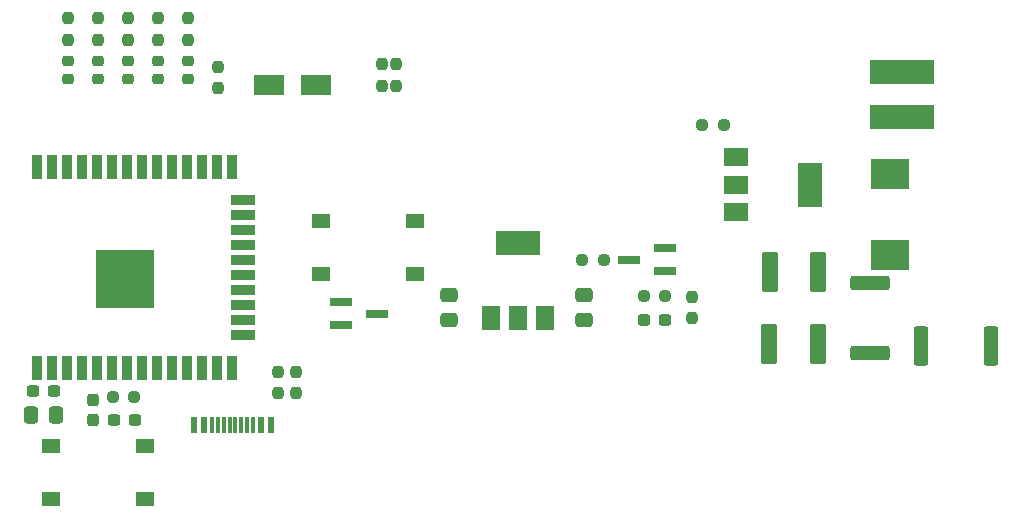
<source format=gbr>
%TF.GenerationSoftware,KiCad,Pcbnew,(6.0.7)*%
%TF.CreationDate,2022-11-03T14:23:06+01:00*%
%TF.ProjectId,opengeiger_ROUND,6f70656e-6765-4696-9765-725f524f554e,rev?*%
%TF.SameCoordinates,Original*%
%TF.FileFunction,Paste,Top*%
%TF.FilePolarity,Positive*%
%FSLAX46Y46*%
G04 Gerber Fmt 4.6, Leading zero omitted, Abs format (unit mm)*
G04 Created by KiCad (PCBNEW (6.0.7)) date 2022-11-03 14:23:06*
%MOMM*%
%LPD*%
G01*
G04 APERTURE LIST*
G04 Aperture macros list*
%AMRoundRect*
0 Rectangle with rounded corners*
0 $1 Rounding radius*
0 $2 $3 $4 $5 $6 $7 $8 $9 X,Y pos of 4 corners*
0 Add a 4 corners polygon primitive as box body*
4,1,4,$2,$3,$4,$5,$6,$7,$8,$9,$2,$3,0*
0 Add four circle primitives for the rounded corners*
1,1,$1+$1,$2,$3*
1,1,$1+$1,$4,$5*
1,1,$1+$1,$6,$7*
1,1,$1+$1,$8,$9*
0 Add four rect primitives between the rounded corners*
20,1,$1+$1,$2,$3,$4,$5,0*
20,1,$1+$1,$4,$5,$6,$7,0*
20,1,$1+$1,$6,$7,$8,$9,0*
20,1,$1+$1,$8,$9,$2,$3,0*%
G04 Aperture macros list end*
%ADD10RoundRect,0.218750X0.256250X-0.218750X0.256250X0.218750X-0.256250X0.218750X-0.256250X-0.218750X0*%
%ADD11RoundRect,0.237500X0.250000X0.237500X-0.250000X0.237500X-0.250000X-0.237500X0.250000X-0.237500X0*%
%ADD12RoundRect,0.250000X-1.425000X0.362500X-1.425000X-0.362500X1.425000X-0.362500X1.425000X0.362500X0*%
%ADD13RoundRect,0.250000X-0.475000X0.337500X-0.475000X-0.337500X0.475000X-0.337500X0.475000X0.337500X0*%
%ADD14RoundRect,0.250000X0.475000X-0.337500X0.475000X0.337500X-0.475000X0.337500X-0.475000X-0.337500X0*%
%ADD15RoundRect,0.237500X0.237500X-0.250000X0.237500X0.250000X-0.237500X0.250000X-0.237500X-0.250000X0*%
%ADD16R,2.000000X1.500000*%
%ADD17R,2.000000X3.800000*%
%ADD18RoundRect,0.237500X-0.237500X0.250000X-0.237500X-0.250000X0.237500X-0.250000X0.237500X0.250000X0*%
%ADD19RoundRect,0.237500X-0.250000X-0.237500X0.250000X-0.237500X0.250000X0.237500X-0.250000X0.237500X0*%
%ADD20R,1.500000X2.000000*%
%ADD21R,3.800000X2.000000*%
%ADD22R,2.500000X1.800000*%
%ADD23R,0.600000X1.450000*%
%ADD24R,0.300000X1.450000*%
%ADD25R,1.550000X1.300000*%
%ADD26R,1.900000X0.800000*%
%ADD27R,5.500000X2.150000*%
%ADD28RoundRect,0.237500X-0.300000X-0.237500X0.300000X-0.237500X0.300000X0.237500X-0.300000X0.237500X0*%
%ADD29RoundRect,0.249999X0.450001X1.450001X-0.450001X1.450001X-0.450001X-1.450001X0.450001X-1.450001X0*%
%ADD30RoundRect,0.250000X-0.362500X-1.425000X0.362500X-1.425000X0.362500X1.425000X-0.362500X1.425000X0*%
%ADD31R,3.300000X2.500000*%
%ADD32RoundRect,0.250000X0.337500X0.475000X-0.337500X0.475000X-0.337500X-0.475000X0.337500X-0.475000X0*%
%ADD33RoundRect,0.237500X0.300000X0.237500X-0.300000X0.237500X-0.300000X-0.237500X0.300000X-0.237500X0*%
%ADD34RoundRect,0.237500X0.237500X-0.300000X0.237500X0.300000X-0.237500X0.300000X-0.237500X-0.300000X0*%
%ADD35R,0.900000X2.000000*%
%ADD36R,2.000000X0.900000*%
%ADD37R,5.000000X5.000000*%
G04 APERTURE END LIST*
D10*
%TO.C,D4*%
X119355000Y-82517500D03*
X119355000Y-80942500D03*
%TD*%
D11*
%TO.C,R1*%
X167282500Y-86360000D03*
X165457500Y-86360000D03*
%TD*%
D10*
%TO.C,D3*%
X121895000Y-82517500D03*
X121895000Y-80942500D03*
%TD*%
D12*
%TO.C,R3*%
X179705000Y-99748000D03*
X179705000Y-105673000D03*
%TD*%
D13*
%TO.C,C3*%
X155448000Y-100816500D03*
X155448000Y-102891500D03*
%TD*%
D14*
%TO.C,C1*%
X144018000Y-102891500D03*
X144018000Y-100816500D03*
%TD*%
D15*
%TO.C,R16*%
X139574125Y-83063916D03*
X139574125Y-81238916D03*
%TD*%
D16*
%TO.C,Q1*%
X168300000Y-91440000D03*
X168300000Y-89140000D03*
X168300000Y-93740000D03*
D17*
X174600000Y-91440000D03*
%TD*%
D18*
%TO.C,R5*%
X164592000Y-100941500D03*
X164592000Y-102766500D03*
%TD*%
D19*
%TO.C,R6*%
X160531000Y-100838000D03*
X162356000Y-100838000D03*
%TD*%
D10*
%TO.C,D7*%
X111735000Y-82517500D03*
X111735000Y-80942500D03*
%TD*%
D15*
%TO.C,R15*%
X131064000Y-109102500D03*
X131064000Y-107277500D03*
%TD*%
D19*
%TO.C,R8*%
X115545000Y-109460000D03*
X117370000Y-109460000D03*
%TD*%
D15*
%TO.C,R2*%
X124435000Y-83277500D03*
X124435000Y-81452500D03*
%TD*%
D20*
%TO.C,U2*%
X147560000Y-102718000D03*
D21*
X149860000Y-96418000D03*
D20*
X149860000Y-102718000D03*
X152160000Y-102718000D03*
%TD*%
D22*
%TO.C,D2*%
X128785000Y-83000000D03*
X132785000Y-83000000D03*
%TD*%
D23*
%TO.C,J8*%
X122455000Y-111765000D03*
X123255000Y-111765000D03*
D24*
X124455000Y-111765000D03*
X125455000Y-111765000D03*
X125955000Y-111765000D03*
X126955000Y-111765000D03*
D23*
X128155000Y-111765000D03*
X128955000Y-111765000D03*
X128955000Y-111765000D03*
X128155000Y-111765000D03*
D24*
X127455000Y-111765000D03*
X126455000Y-111765000D03*
X124955000Y-111765000D03*
X123955000Y-111765000D03*
D23*
X123255000Y-111765000D03*
X122455000Y-111765000D03*
%TD*%
D25*
%TO.C,SW1*%
X110295000Y-113560000D03*
X110295000Y-118060000D03*
X118255000Y-118060000D03*
X118255000Y-113560000D03*
%TD*%
D18*
%TO.C,R12*%
X114275000Y-77365000D03*
X114275000Y-79190000D03*
%TD*%
D11*
%TO.C,R7*%
X157122500Y-97790000D03*
X155297500Y-97790000D03*
%TD*%
D26*
%TO.C,Q3*%
X134898000Y-101412000D03*
X134898000Y-103312000D03*
X137898000Y-102362000D03*
%TD*%
D27*
%TO.C,L1*%
X182362725Y-81895000D03*
X182362725Y-85745000D03*
%TD*%
D15*
%TO.C,R17*%
X138334125Y-83063916D03*
X138334125Y-81238916D03*
%TD*%
D28*
%TO.C,C9*%
X115698500Y-111365000D03*
X117423500Y-111365000D03*
%TD*%
D25*
%TO.C,SW2*%
X141140000Y-99010000D03*
X133180000Y-99010000D03*
X141140000Y-94510000D03*
X133180000Y-94510000D03*
%TD*%
D29*
%TO.C,C2*%
X175278000Y-98806000D03*
X171178000Y-98806000D03*
%TD*%
D30*
%TO.C,R4*%
X183991663Y-105123469D03*
X189916663Y-105123469D03*
%TD*%
D26*
%TO.C,Q2*%
X162282000Y-98740000D03*
X162282000Y-96840000D03*
X159282000Y-97790000D03*
%TD*%
D31*
%TO.C,D1*%
X181356000Y-97380000D03*
X181356000Y-90580000D03*
%TD*%
D15*
%TO.C,R14*%
X129515000Y-109102500D03*
X129515000Y-107277500D03*
%TD*%
D18*
%TO.C,R9*%
X121895000Y-77365000D03*
X121895000Y-79190000D03*
%TD*%
D32*
%TO.C,C5*%
X110740500Y-110948000D03*
X108665500Y-110948000D03*
%TD*%
D33*
%TO.C,C6*%
X110565500Y-108916000D03*
X108840500Y-108916000D03*
%TD*%
D18*
%TO.C,R10*%
X119355000Y-77365000D03*
X119355000Y-79190000D03*
%TD*%
D10*
%TO.C,D5*%
X116815000Y-82517500D03*
X116815000Y-80942500D03*
%TD*%
D33*
%TO.C,C7*%
X162306000Y-102870000D03*
X160581000Y-102870000D03*
%TD*%
D10*
%TO.C,D6*%
X114275000Y-82517500D03*
X114275000Y-80942500D03*
%TD*%
D29*
%TO.C,C4*%
X175258500Y-104902000D03*
X171158500Y-104902000D03*
%TD*%
D18*
%TO.C,R11*%
X116815000Y-77365000D03*
X116815000Y-79190000D03*
%TD*%
D34*
%TO.C,C8*%
X113867500Y-111365000D03*
X113867500Y-109640000D03*
%TD*%
D18*
%TO.C,R13*%
X111735000Y-77365000D03*
X111735000Y-79190000D03*
%TD*%
D35*
%TO.C,U1*%
X109115000Y-106960000D03*
X110385000Y-106960000D03*
X111655000Y-106960000D03*
X112925000Y-106960000D03*
X114195000Y-106960000D03*
X115465000Y-106960000D03*
X116735000Y-106960000D03*
X118005000Y-106960000D03*
X119275000Y-106960000D03*
X120545000Y-106960000D03*
X121815000Y-106960000D03*
X123085000Y-106960000D03*
X124355000Y-106960000D03*
X125625000Y-106960000D03*
D36*
X126625000Y-104175000D03*
X126625000Y-102905000D03*
X126625000Y-101635000D03*
X126625000Y-100365000D03*
X126625000Y-99095000D03*
X126625000Y-97825000D03*
X126625000Y-96555000D03*
X126625000Y-95285000D03*
X126625000Y-94015000D03*
X126625000Y-92745000D03*
D35*
X125625000Y-89960000D03*
X124355000Y-89960000D03*
X123085000Y-89960000D03*
X121815000Y-89960000D03*
X120545000Y-89960000D03*
X119275000Y-89960000D03*
X118005000Y-89960000D03*
X116735000Y-89960000D03*
X115465000Y-89960000D03*
X114195000Y-89960000D03*
X112925000Y-89960000D03*
X111655000Y-89960000D03*
X110385000Y-89960000D03*
X109115000Y-89960000D03*
D37*
X116615000Y-99460000D03*
%TD*%
M02*

</source>
